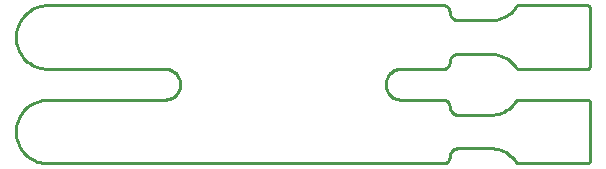
<source format=gbr>
G04 EAGLE Gerber RS-274X export*
G75*
%MOMM*%
%FSLAX34Y34*%
%LPD*%
%IN*%
%IPPOS*%
%AMOC8*
5,1,8,0,0,1.08239X$1,22.5*%
G01*
%ADD10C,0.254000*%


D10*
X-459010Y-107000D02*
X-124340Y-107000D01*
X-123861Y-106979D01*
X-123385Y-106916D01*
X-122917Y-106813D01*
X-122459Y-106668D01*
X-122016Y-106485D01*
X-121590Y-106263D01*
X-121185Y-106005D01*
X-120805Y-105713D01*
X-120451Y-105389D01*
X-120127Y-105035D01*
X-119835Y-104655D01*
X-119577Y-104250D01*
X-119355Y-103824D01*
X-119172Y-103381D01*
X-119027Y-102924D01*
X-118924Y-102455D01*
X-118861Y-101979D01*
X-118840Y-101542D01*
X-118807Y-100889D01*
X-118716Y-100241D01*
X-118570Y-99603D01*
X-118368Y-98981D01*
X-118113Y-98378D01*
X-117807Y-97800D01*
X-117451Y-97251D01*
X-117049Y-96735D01*
X-116603Y-96256D01*
X-116117Y-95818D01*
X-115595Y-95423D01*
X-115040Y-95076D01*
X-114458Y-94779D01*
X-113851Y-94533D01*
X-113226Y-94341D01*
X-112586Y-94204D01*
X-111937Y-94124D01*
X-111340Y-94100D01*
X-84590Y-94100D01*
X-82277Y-94201D01*
X-79981Y-94503D01*
X-77721Y-95004D01*
X-75513Y-95701D01*
X-73374Y-96587D01*
X-71320Y-97656D01*
X-69367Y-98900D01*
X-67530Y-100309D01*
X-65823Y-101873D01*
X-64259Y-103580D01*
X-62850Y-105417D01*
X-62527Y-105890D01*
X-62398Y-106065D01*
X-62254Y-106229D01*
X-62096Y-106380D01*
X-61926Y-106517D01*
X-61745Y-106638D01*
X-61553Y-106743D01*
X-61354Y-106830D01*
X-61147Y-106900D01*
X-60935Y-106952D01*
X-60720Y-106985D01*
X-60502Y-106999D01*
X-60448Y-107000D01*
X-2500Y-107000D01*
X-2282Y-106991D01*
X-2066Y-106962D01*
X-1853Y-106915D01*
X-1645Y-106849D01*
X-1443Y-106766D01*
X-1250Y-106665D01*
X-1066Y-106548D01*
X-893Y-106415D01*
X-732Y-106268D01*
X-585Y-106107D01*
X-452Y-105934D01*
X-335Y-105750D01*
X-234Y-105557D01*
X-151Y-105355D01*
X-85Y-105147D01*
X-38Y-104934D01*
X-10Y-104718D01*
X0Y-104500D01*
X0Y-55500D01*
X-10Y-55282D01*
X-38Y-55066D01*
X-85Y-54853D01*
X-151Y-54645D01*
X-234Y-54443D01*
X-335Y-54250D01*
X-452Y-54066D01*
X-585Y-53893D01*
X-732Y-53732D01*
X-893Y-53585D01*
X-1066Y-53452D01*
X-1250Y-53335D01*
X-1443Y-53234D01*
X-1645Y-53151D01*
X-1853Y-53085D01*
X-2066Y-53038D01*
X-2282Y-53010D01*
X-2500Y-53000D01*
X-60448Y-53000D01*
X-60666Y-53010D01*
X-60882Y-53038D01*
X-61095Y-53085D01*
X-61303Y-53151D01*
X-61505Y-53234D01*
X-61698Y-53335D01*
X-61882Y-53452D01*
X-62055Y-53585D01*
X-62216Y-53732D01*
X-62363Y-53893D01*
X-62496Y-54066D01*
X-62527Y-54111D01*
X-63896Y-55977D01*
X-65423Y-57718D01*
X-67096Y-59318D01*
X-68902Y-60767D01*
X-70828Y-62053D01*
X-72858Y-63166D01*
X-74977Y-64098D01*
X-77170Y-64842D01*
X-79419Y-65391D01*
X-81707Y-65743D01*
X-84018Y-65894D01*
X-84590Y-65900D01*
X-111340Y-65900D01*
X-111994Y-65871D01*
X-112643Y-65786D01*
X-113282Y-65644D01*
X-113906Y-65448D01*
X-114510Y-65197D01*
X-115090Y-64895D01*
X-115642Y-64544D01*
X-116161Y-64145D01*
X-116644Y-63703D01*
X-117086Y-63221D01*
X-117484Y-62702D01*
X-117836Y-62150D01*
X-118138Y-61570D01*
X-118388Y-60965D01*
X-118585Y-60341D01*
X-118727Y-59702D01*
X-118812Y-59054D01*
X-118840Y-58458D01*
X-118865Y-57979D01*
X-118931Y-57503D01*
X-119039Y-57036D01*
X-119186Y-56579D01*
X-119373Y-56137D01*
X-119598Y-55713D01*
X-119859Y-55311D01*
X-120154Y-54932D01*
X-120481Y-54581D01*
X-120837Y-54260D01*
X-121220Y-53971D01*
X-121627Y-53716D01*
X-122054Y-53498D01*
X-122499Y-53317D01*
X-122957Y-53177D01*
X-123427Y-53076D01*
X-123903Y-53017D01*
X-124340Y-53000D01*
X-160000Y-53000D01*
X-161133Y-52951D01*
X-162257Y-52803D01*
X-163365Y-52557D01*
X-164446Y-52216D01*
X-165494Y-51782D01*
X-166500Y-51258D01*
X-167457Y-50649D01*
X-168356Y-49959D01*
X-169192Y-49192D01*
X-169959Y-48356D01*
X-170649Y-47457D01*
X-171258Y-46500D01*
X-171782Y-45494D01*
X-172216Y-44446D01*
X-172557Y-43365D01*
X-172803Y-42257D01*
X-172951Y-41133D01*
X-173000Y-40000D01*
X-172951Y-38867D01*
X-172803Y-37743D01*
X-172557Y-36635D01*
X-172216Y-35554D01*
X-171782Y-34506D01*
X-171258Y-33500D01*
X-170649Y-32544D01*
X-169959Y-31644D01*
X-169192Y-30808D01*
X-168356Y-30041D01*
X-167457Y-29351D01*
X-166500Y-28742D01*
X-165494Y-28218D01*
X-164446Y-27784D01*
X-163365Y-27443D01*
X-162257Y-27198D01*
X-161133Y-27049D01*
X-160000Y-27000D01*
X-124340Y-27000D01*
X-123861Y-26979D01*
X-123385Y-26916D01*
X-122917Y-26813D01*
X-122459Y-26668D01*
X-122016Y-26485D01*
X-121590Y-26263D01*
X-121185Y-26005D01*
X-120805Y-25713D01*
X-120451Y-25389D01*
X-120127Y-25035D01*
X-119835Y-24655D01*
X-119577Y-24250D01*
X-119355Y-23824D01*
X-119172Y-23381D01*
X-119027Y-22924D01*
X-118924Y-22455D01*
X-118861Y-21979D01*
X-118840Y-21542D01*
X-118807Y-20889D01*
X-118716Y-20241D01*
X-118570Y-19603D01*
X-118368Y-18981D01*
X-118113Y-18378D01*
X-117807Y-17800D01*
X-117451Y-17251D01*
X-117049Y-16735D01*
X-116603Y-16256D01*
X-116117Y-15818D01*
X-115595Y-15423D01*
X-115040Y-15076D01*
X-114458Y-14779D01*
X-113851Y-14533D01*
X-113226Y-14341D01*
X-112586Y-14204D01*
X-111937Y-14124D01*
X-111340Y-14100D01*
X-84590Y-14100D01*
X-82277Y-14201D01*
X-79981Y-14503D01*
X-77721Y-15004D01*
X-75513Y-15701D01*
X-73374Y-16587D01*
X-71320Y-17656D01*
X-69367Y-18900D01*
X-67530Y-20309D01*
X-65823Y-21873D01*
X-64259Y-23580D01*
X-62850Y-25417D01*
X-62527Y-25890D01*
X-62398Y-26065D01*
X-62254Y-26229D01*
X-62096Y-26380D01*
X-61926Y-26517D01*
X-61745Y-26638D01*
X-61553Y-26743D01*
X-61354Y-26830D01*
X-61147Y-26900D01*
X-60935Y-26952D01*
X-60720Y-26985D01*
X-60502Y-26999D01*
X-60448Y-27000D01*
X-2500Y-27000D01*
X-2282Y-26991D01*
X-2066Y-26962D01*
X-1853Y-26915D01*
X-1645Y-26849D01*
X-1443Y-26766D01*
X-1250Y-26665D01*
X-1066Y-26548D01*
X-893Y-26415D01*
X-732Y-26268D01*
X-585Y-26107D01*
X-452Y-25934D01*
X-335Y-25750D01*
X-234Y-25557D01*
X-151Y-25355D01*
X-85Y-25147D01*
X-38Y-24934D01*
X-10Y-24718D01*
X0Y-24500D01*
X0Y24500D01*
X-10Y24718D01*
X-38Y24934D01*
X-85Y25147D01*
X-151Y25355D01*
X-234Y25557D01*
X-335Y25750D01*
X-452Y25934D01*
X-585Y26107D01*
X-732Y26268D01*
X-893Y26415D01*
X-1066Y26548D01*
X-1250Y26665D01*
X-1443Y26766D01*
X-1645Y26849D01*
X-1853Y26915D01*
X-2066Y26962D01*
X-2282Y26991D01*
X-2500Y27000D01*
X-60448Y27000D01*
X-60666Y26990D01*
X-60882Y26962D01*
X-61095Y26915D01*
X-61303Y26849D01*
X-61505Y26766D01*
X-61698Y26665D01*
X-61882Y26548D01*
X-62055Y26415D01*
X-62216Y26268D01*
X-62363Y26107D01*
X-62496Y25934D01*
X-62527Y25890D01*
X-63896Y24023D01*
X-65423Y22282D01*
X-67096Y20682D01*
X-68902Y19233D01*
X-70828Y17947D01*
X-72858Y16834D01*
X-74977Y15902D01*
X-77170Y15158D01*
X-79419Y14609D01*
X-81707Y14257D01*
X-84018Y14106D01*
X-84590Y14100D01*
X-111340Y14100D01*
X-111994Y14129D01*
X-112643Y14214D01*
X-113282Y14356D01*
X-113906Y14552D01*
X-114510Y14803D01*
X-115090Y15105D01*
X-115642Y15456D01*
X-116161Y15855D01*
X-116644Y16297D01*
X-117086Y16779D01*
X-117484Y17298D01*
X-117836Y17850D01*
X-118138Y18430D01*
X-118388Y19035D01*
X-118585Y19659D01*
X-118726Y20298D01*
X-118812Y20946D01*
X-118840Y21542D01*
X-118865Y22022D01*
X-118931Y22497D01*
X-119039Y22964D01*
X-119186Y23421D01*
X-119373Y23863D01*
X-119598Y24287D01*
X-119859Y24689D01*
X-120154Y25068D01*
X-120481Y25419D01*
X-120837Y25740D01*
X-121220Y26029D01*
X-121627Y26284D01*
X-122054Y26502D01*
X-122499Y26683D01*
X-122957Y26823D01*
X-123427Y26924D01*
X-123903Y26983D01*
X-124340Y27000D01*
X-459010Y27000D01*
X-461363Y26897D01*
X-463699Y26590D01*
X-465998Y26080D01*
X-468245Y25372D01*
X-470421Y24470D01*
X-472510Y23383D01*
X-474497Y22117D01*
X-476365Y20683D01*
X-478102Y19092D01*
X-479693Y17355D01*
X-481127Y15487D01*
X-482393Y13500D01*
X-483480Y11411D01*
X-484382Y9235D01*
X-485090Y6988D01*
X-485600Y4689D01*
X-485907Y2353D01*
X-486010Y0D01*
X-485907Y-2353D01*
X-485600Y-4689D01*
X-485090Y-6988D01*
X-484382Y-9235D01*
X-483480Y-11411D01*
X-482393Y-13500D01*
X-481127Y-15487D01*
X-479693Y-17355D01*
X-478102Y-19092D01*
X-476365Y-20683D01*
X-474497Y-22117D01*
X-472510Y-23383D01*
X-470421Y-24470D01*
X-468245Y-25372D01*
X-465998Y-26080D01*
X-463699Y-26590D01*
X-461363Y-26897D01*
X-459010Y-27000D01*
X-360000Y-27000D01*
X-358867Y-27049D01*
X-357743Y-27198D01*
X-356635Y-27443D01*
X-355554Y-27784D01*
X-354506Y-28218D01*
X-353500Y-28742D01*
X-352544Y-29351D01*
X-351644Y-30041D01*
X-350808Y-30808D01*
X-350041Y-31644D01*
X-349351Y-32544D01*
X-348742Y-33500D01*
X-348218Y-34506D01*
X-347784Y-35554D01*
X-347443Y-36635D01*
X-347198Y-37743D01*
X-347049Y-38867D01*
X-347000Y-40000D01*
X-347049Y-41133D01*
X-347198Y-42257D01*
X-347443Y-43365D01*
X-347784Y-44446D01*
X-348218Y-45494D01*
X-348742Y-46500D01*
X-349351Y-47457D01*
X-350041Y-48356D01*
X-350808Y-49192D01*
X-351644Y-49959D01*
X-352544Y-50649D01*
X-353500Y-51258D01*
X-354506Y-51782D01*
X-355554Y-52216D01*
X-356635Y-52557D01*
X-357743Y-52803D01*
X-358867Y-52951D01*
X-360000Y-53000D01*
X-459010Y-53000D01*
X-461363Y-53103D01*
X-463699Y-53410D01*
X-465998Y-53920D01*
X-468245Y-54628D01*
X-470421Y-55530D01*
X-472510Y-56617D01*
X-474497Y-57883D01*
X-476365Y-59317D01*
X-478102Y-60908D01*
X-479693Y-62645D01*
X-481127Y-64513D01*
X-482393Y-66500D01*
X-483480Y-68589D01*
X-484382Y-70765D01*
X-485090Y-73012D01*
X-485600Y-75312D01*
X-485907Y-77647D01*
X-486010Y-80000D01*
X-485907Y-82353D01*
X-485600Y-84689D01*
X-485090Y-86988D01*
X-484382Y-89235D01*
X-483480Y-91411D01*
X-482393Y-93500D01*
X-481127Y-95487D01*
X-479693Y-97355D01*
X-478102Y-99092D01*
X-476365Y-100683D01*
X-474497Y-102117D01*
X-472510Y-103383D01*
X-470421Y-104470D01*
X-468245Y-105372D01*
X-465998Y-106080D01*
X-463699Y-106590D01*
X-461363Y-106897D01*
X-459010Y-107000D01*
M02*

</source>
